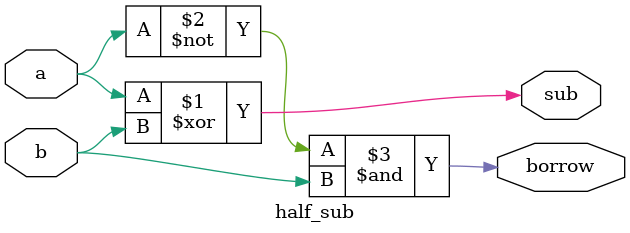
<source format=v>

module half_sub(a, b, sub, borrow);
  input a;
  input b;
  output sub;
  output borrow;
  
  assign sub = a ^ b;
  assign borrow = ~a & b;
  
endmodule

</source>
